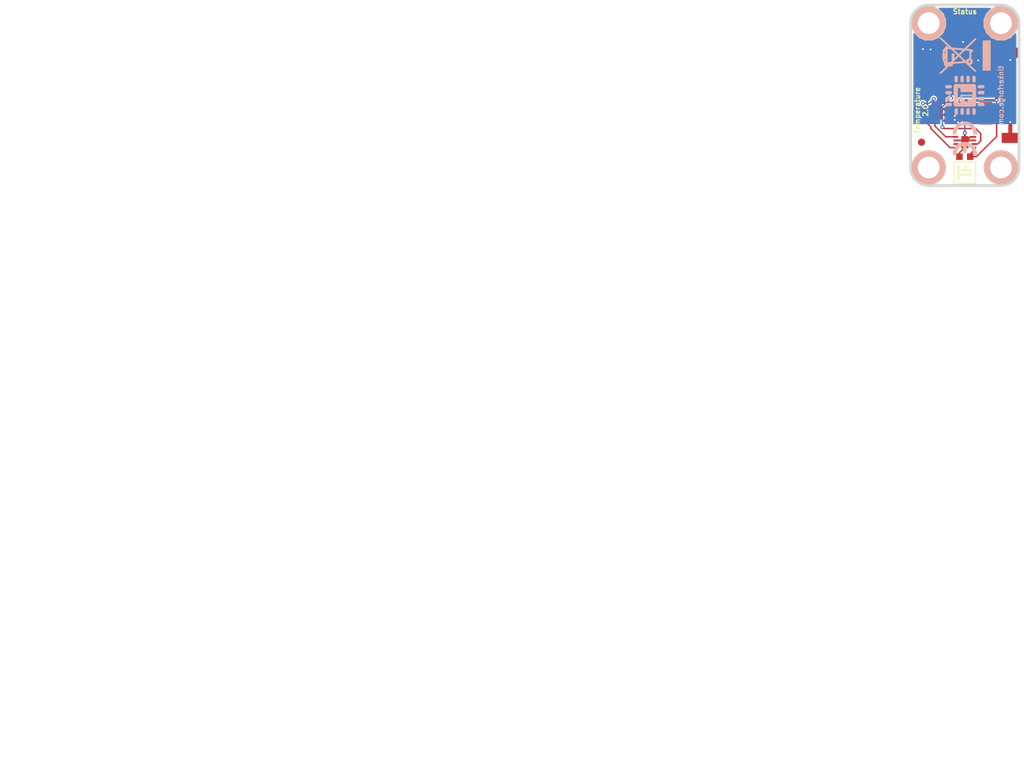
<source format=kicad_pcb>
(kicad_pcb (version 20171130) (host pcbnew 5.0.2-bee76a0~70~ubuntu18.04.1)
  (title_block (title "Temperature Bricklet 2.0") (date 2018-02-15) (rev 1.0) (company "Tinkerforge GmbH") (comment 1 "Licensed under CERN OHL v.1.1") (comment 2 "Copyright (©) 2018, L.Lauer <lukas@tinkerforge.com>"))
  (layers (0 Vorderseite signal) (31 Rückseite signal hide) (34 B.Paste user) (35 F.Paste user) (36 B.SilkS user) (37 F.SilkS user) (38 B.Mask user) (39 F.Mask user) (44 Edge.Cuts user))
  (net 0 "")
  (net 1 GND)
  (net 2 SCL)
  (net 3 SDA)
  (net 4 VCC)
  (net 5 "Net-(P1-Pad6)")
  (net 6 "Net-(C3-Pad1)")
  (net 7 "Net-(D1-Pad2)")
  (net 8 "Net-(P1-Pad4)")
  (net 9 "Net-(P1-Pad5)")
  (net 10 "Net-(P2-Pad1)")
  (net 11 "Net-(P3-Pad2)")
  (net 12 "Net-(R1-Pad1)")
  (net 13 S-MISO)
  (net 14 S-MOSI)
  (net 15 S-CLK)
  (net 16 S-CS)
  (net 17 RESET)
  (net 18 "Net-(P1-Pad1)")
  (net 19 "Net-(RP2-Pad6)")
  (net 20 "Net-(RP2-Pad7)")
  (net 21 "Net-(U1-Pad2)")
  (net 22 "Net-(U1-Pad3)")
  (net 23 "Net-(U1-Pad5)")
  (net 24 "Net-(U1-Pad6)")
  (net 25 "Net-(U1-Pad8)")
  (net 26 "Net-(U1-Pad11)")
  (net 27 "Net-(U1-Pad12)")
  (net 28 "Net-(U1-Pad13)")
  (net 29 "Net-(U1-Pad14)")
  (net 30 "Net-(U1-Pad16)")
  (net 31 "Net-(U1-Pad18)")
  (net 32 "Net-(U1-Pad21)")
  (net 33 "Net-(U2-Pad3)")
  (module kicad-libraries:SHT3x-DIS (layer Vorderseite) (at 147.825 109.625)
    (fp_text reference U2)
    (fp_text value STS3x-DIS)
    (pad 8 smd rect (at 1.25 -0.75) (size 0.65 0.25) (layers Vorderseite F.Paste F.Mask) (net 1 GND))
    (pad 7 smd rect (at 1.25 -0.25) (size 0.65 0.25) (layers Vorderseite F.Paste F.Mask) (net 1 GND))
    (pad 6 smd rect (at 1.25 0.25) (size 0.65 0.25) (layers Vorderseite F.Paste F.Mask) (net 17 RESET))
    (pad 5 smd rect (at 1.25 0.75) (size 0.65 0.25) (layers Vorderseite F.Paste F.Mask) (net 4 VCC))
    (pad 4 smd rect (at -1.25 0.75) (size 0.65 0.25) (layers Vorderseite F.Paste F.Mask) (net 2 SCL))
    (pad 3 smd rect (at -1.25 0.25) (size 0.65 0.25) (layers Vorderseite F.Paste F.Mask) (net 33 "Net-(U2-Pad3)"))
    (pad 2 smd rect (at -1.25 -0.25) (size 0.65 0.25) (layers Vorderseite F.Paste F.Mask) (net 1 GND))
    (pad 1 smd rect (at -1.25 -0.75) (size 0.65 0.25) (layers Vorderseite F.Paste F.Mask) (net 3 SDA))
    (pad EP smd rect (at 0 0) (size 1 1.7) (layers Vorderseite F.Paste F.Mask) (net 1 GND))
  )
  (module kicad-libraries:DRILL_NP (layer Vorderseite) (at 142.825 113.125)
    (fp_text reference U5 hide)
    (fp_text value DRILL hide)
    (pad "" np_thru_hole circle (at 0 0) (size 2.99974 2.99974) (drill 2.99974) (layers *.Cu *.Mask F.SilkS) (clearance 0.89916))
  )
  (module kicad-libraries:4X0402 (layer Vorderseite) (at 148.325 101.425 90)
    (fp_text reference RP1)
    (fp_text value 82)
    (pad 1 smd rect (at -0.7493 0.575 270) (size 0.29972 0.65) (layers Vorderseite F.Paste F.Mask) (net 8 "Net-(P1-Pad4)"))
    (pad 2 smd rect (at -0.24892 0.575 270) (size 0.29972 0.65) (layers Vorderseite F.Paste F.Mask) (net 9 "Net-(P1-Pad5)"))
    (pad 3 smd rect (at 0.24892 0.575 270) (size 0.29972 0.65) (layers Vorderseite F.Paste F.Mask) (net 5 "Net-(P1-Pad6)"))
    (pad 4 smd rect (at 0.7493 0.575 270) (size 0.29972 0.65) (layers Vorderseite F.Paste F.Mask) (net 6 "Net-(C3-Pad1)"))
    (pad 5 smd rect (at 0.7493 -0.575 90) (size 0.29972 0.65) (layers Vorderseite F.Paste F.Mask) (net 13 S-MISO))
    (pad 6 smd rect (at 0.24892 -0.575 90) (size 0.29972 0.65) (layers Vorderseite F.Paste F.Mask) (net 14 S-MOSI))
    (pad 7 smd rect (at -0.24892 -0.575 90) (size 0.29972 0.65) (layers Vorderseite F.Paste F.Mask) (net 15 S-CLK))
    (pad 8 smd rect (at -0.7493 -0.575 90) (size 0.29972 0.65) (layers Vorderseite F.Paste F.Mask) (net 16 S-CS))
  )
  (module kicad-libraries:R0603F (layer Vorderseite) (at 146.075 95.525 45)
    (fp_text reference R1)
    (fp_text value 1k)
    (pad 1 smd rect (at -0.75 0 45) (size 0.9 0.9) (layers Vorderseite F.Paste F.Mask) (net 12 "Net-(R1-Pad1)"))
    (pad 2 smd rect (at 0.75 0 45) (size 0.9 0.9) (layers Vorderseite F.Paste F.Mask) (net 7 "Net-(D1-Pad2)"))
  )
  (module kicad-libraries:SolderJumper (layer Vorderseite) (at 147.575 96.775 270)
    (fp_text reference P3)
    (fp_text value BOOT)
    (pad 2 smd rect (at 0.55 0 270) (size 0.3 1.4) (layers Vorderseite F.Mask) (net 11 "Net-(P3-Pad2)"))
    (pad 2 smd rect (at 0.15 0 270) (size 0.6 0.5) (layers Vorderseite F.Mask) (net 11 "Net-(P3-Pad2)"))
    (pad 1 smd rect (at -0.5 0 270) (size 0.4 1.4) (layers Vorderseite F.Mask) (net 1 GND))
    (pad 1 smd rect (at -0.225 0.55 270) (size 0.95 0.3) (layers Vorderseite F.Mask) (net 1 GND))
    (pad 1 smd rect (at -0.225 -0.55 270) (size 0.95 0.3) (layers Vorderseite F.Mask) (net 1 GND))
  )
  (module kicad-libraries:DEBUG_PAD (layer Vorderseite) (at 141.225 101.625)
    (fp_text reference P2)
    (fp_text value DEBUG)
    (pad 1 smd circle (at 0 0) (size 0.7 0.7) (layers Vorderseite F.Paste F.Mask) (net 10 "Net-(P2-Pad1)"))
  )
  (module kicad-libraries:D0603F (layer Vorderseite) (at 147.825 92.775)
    (fp_text reference D1)
    (fp_text value blue)
    (pad 1 smd rect (at -0.75 0) (size 0.9 0.9) (layers Vorderseite F.Paste F.Mask) (net 4 VCC))
    (pad 2 smd rect (at 0.75 0) (size 0.9 0.9) (layers Vorderseite F.Paste F.Mask) (net 7 "Net-(D1-Pad2)"))
  )
  (module kicad-libraries:C0603F (layer Vorderseite) (at 147.175 105.375 270)
    (fp_text reference C5)
    (fp_text value 1uF)
    (pad 1 smd rect (at -0.75 0 270) (size 0.9 0.9) (layers Vorderseite F.Paste F.Mask) (net 4 VCC))
    (pad 2 smd rect (at 0.75 0 270) (size 0.9 0.9) (layers Vorderseite F.Paste F.Mask) (net 1 GND))
  )
  (module kicad-libraries:C0805 (layer Vorderseite) (at 148.675 105.575 270)
    (fp_text reference C4)
    (fp_text value 10uF)
    (pad 1 smd rect (at -1.00076 0 270) (size 1.00076 1.24968) (layers Vorderseite F.Paste F.Mask) (net 4 VCC) (clearance 0.14986))
    (pad 2 smd rect (at 1.00076 0 270) (size 1.00076 1.24968) (layers Vorderseite F.Paste F.Mask) (net 1 GND) (clearance 0.14986))
  )
  (module kicad-libraries:Logo_31x31 (layer Vorderseite) (at 146.225 115.425 90)
    (fp_text reference Ref** hide)
    (fp_text value Val** hide)
  )
  (module kicad-libraries:DRILL_NP (layer Vorderseite) (at 152.825 93.125)
    (fp_text reference U3 hide)
    (fp_text value DRILL hide)
    (pad "" np_thru_hole circle (at 0 0) (size 2.99974 2.99974) (drill 2.99974) (layers *.Cu *.Mask F.SilkS) (clearance 0.89916))
  )
  (module kicad-libraries:DRILL_NP (layer Vorderseite) (at 152.825 113.125 90)
    (fp_text reference U4 hide)
    (fp_text value DRILL hide)
    (pad "" np_thru_hole circle (at 0 0 90) (size 2.99974 2.99974) (drill 2.99974) (layers *.Cu *.Mask F.SilkS) (clearance 0.89916))
  )
  (module kicad-libraries:DRILL_NP (layer Vorderseite) (at 142.825 93.125 90)
    (fp_text reference U6 hide)
    (fp_text value DRILL hide)
    (pad "" np_thru_hole circle (at 0 0 90) (size 2.99974 2.99974) (drill 2.99974) (layers *.Cu *.Mask F.SilkS) (clearance 0.89916))
  )
  (module kicad-libraries:Fiducial_Mark (layer Vorderseite) (at 153.825 100.125)
    (fp_text reference Fiducial_Mark hide)
    (fp_text value VAL** hide)
    (pad 1 smd circle (at 0 0) (size 1.00076 1.00076) (layers Vorderseite F.Paste F.Mask) (clearance 0.65024))
  )
  (module kicad-libraries:Fiducial_Mark (layer Vorderseite) (at 141.825 109.625)
    (fp_text reference Fiducial_Mark hide)
    (fp_text value VAL** hide)
    (pad 1 smd circle (at 0 0) (size 1.00076 1.00076) (layers Vorderseite F.Paste F.Mask) (clearance 0.65024))
  )
  (module kicad-libraries:WEEE_7mm (layer Rückseite) (at 147.825 97.625 270)
    (fp_text reference VAL hide)
    (fp_text value WEEE_7mm hide)
  )
  (module kicad-libraries:CE_5mm (layer Rückseite) (at 147.825 109.125 270)
    (fp_text reference VAL hide)
    (fp_text value CE_5mm hide)
  )
  (module kicad-libraries:QFN24-4x4mm-0.5mm (layer Vorderseite) (at 144.425 100.225 225)
    (fp_text reference U1)
    (fp_text value XMC1100)
    (pad 1 smd oval (at -2.025 -1.25 225) (size 1 0.3) (layers Vorderseite F.Paste F.Mask) (net 13 S-MISO))
    (pad 2 smd oval (at -2.025 -0.75 225) (size 1 0.3) (layers Vorderseite F.Paste F.Mask) (net 21 "Net-(U1-Pad2)"))
    (pad 3 smd oval (at -2.025 -0.25 225) (size 1 0.3) (layers Vorderseite F.Paste F.Mask) (net 22 "Net-(U1-Pad3)"))
    (pad 4 smd oval (at -2.025 0.25 225) (size 1 0.3) (layers Vorderseite F.Paste F.Mask) (net 11 "Net-(P3-Pad2)"))
    (pad 5 smd oval (at -2.025 0.75 225) (size 1 0.3) (layers Vorderseite F.Paste F.Mask) (net 23 "Net-(U1-Pad5)"))
    (pad 6 smd oval (at -2.025 1.25 225) (size 1 0.3) (layers Vorderseite F.Paste F.Mask) (net 24 "Net-(U1-Pad6)"))
    (pad 7 smd oval (at -1.25 2.025 315) (size 1 0.3) (layers Vorderseite F.Paste F.Mask) (net 12 "Net-(R1-Pad1)"))
    (pad 8 smd oval (at -0.75 2.025 315) (size 1 0.3) (layers Vorderseite F.Paste F.Mask) (net 25 "Net-(U1-Pad8)"))
    (pad 9 smd oval (at -0.25 2.025 315) (size 1 0.3) (layers Vorderseite F.Paste F.Mask) (net 1 GND))
    (pad 10 smd oval (at 0.25 2.025 315) (size 1 0.3) (layers Vorderseite F.Paste F.Mask) (net 4 VCC))
    (pad 11 smd oval (at 0.75 2.025 315) (size 1 0.3) (layers Vorderseite F.Paste F.Mask) (net 26 "Net-(U1-Pad11)"))
    (pad 12 smd oval (at 1.25 2.025 315) (size 1 0.3) (layers Vorderseite F.Paste F.Mask) (net 27 "Net-(U1-Pad12)"))
    (pad 13 smd oval (at 2.025 1.25 225) (size 1 0.3) (layers Vorderseite F.Paste F.Mask) (net 28 "Net-(U1-Pad13)"))
    (pad 14 smd oval (at 2.025 0.75 225) (size 1 0.3) (layers Vorderseite F.Paste F.Mask) (net 29 "Net-(U1-Pad14)"))
    (pad 15 smd oval (at 2.025 0.25 225) (size 1 0.3) (layers Vorderseite F.Paste F.Mask) (net 10 "Net-(P2-Pad1)"))
    (pad 16 smd oval (at 2.025 -0.25 225) (size 1 0.3) (layers Vorderseite F.Paste F.Mask) (net 30 "Net-(U1-Pad16)"))
    (pad 17 smd oval (at 2.025 -0.75 225) (size 1 0.3) (layers Vorderseite F.Paste F.Mask) (net 3 SDA))
    (pad 18 smd oval (at 2.025 -1.25 225) (size 1 0.3) (layers Vorderseite F.Paste F.Mask) (net 31 "Net-(U1-Pad18)"))
    (pad 19 smd oval (at 1.25 -2.025 315) (size 1 0.3) (layers Vorderseite F.Paste F.Mask) (net 2 SCL))
    (pad 20 smd oval (at 0.75 -2.025 315) (size 1 0.3) (layers Vorderseite F.Paste F.Mask) (net 17 RESET))
    (pad 21 smd oval (at 0.25 -2.025 315) (size 1 0.3) (layers Vorderseite F.Paste F.Mask) (net 32 "Net-(U1-Pad21)"))
    (pad 22 smd oval (at -0.25 -2.025 315) (size 1 0.3) (layers Vorderseite F.Paste F.Mask) (net 16 S-CS))
    (pad 23 smd oval (at -0.75 -2.025 315) (size 1 0.3) (layers Vorderseite F.Paste F.Mask) (net 15 S-CLK))
    (pad 24 smd oval (at -1.25 -2.025 315) (size 1 0.3) (layers Vorderseite F.Paste F.Mask) (net 14 S-MOSI))
    (pad EXP smd rect (at 0.65 0.65 225) (size 1.3 1.3) (layers Vorderseite F.Paste F.Mask) (net 1 GND))
    (pad EXP smd rect (at 0.65 -0.65 225) (size 1.3 1.3) (layers Vorderseite F.Paste F.Mask) (net 1 GND))
    (pad EXP smd rect (at -0.65 0.65 225) (size 1.3 1.3) (layers Vorderseite F.Paste F.Mask) (net 1 GND))
    (pad EXP smd rect (at -0.65 -0.65 225) (size 1.3 1.3) (layers Vorderseite F.Paste F.Mask) (net 1 GND))
  )
  (module kicad-libraries:C0603F (layer Vorderseite) (at 142.025 97.825 45)
    (fp_text reference C1)
    (fp_text value 100nF)
    (pad 1 smd rect (at -0.75 0 45) (size 0.9 0.9) (layers Vorderseite F.Paste F.Mask) (net 4 VCC))
    (pad 2 smd rect (at 0.75 0 45) (size 0.9 0.9) (layers Vorderseite F.Paste F.Mask) (net 1 GND))
  )
  (module kicad-libraries:C0603F (layer Vorderseite) (at 147.825 111.625)
    (fp_text reference C2)
    (fp_text value 100nF)
    (pad 1 smd rect (at -0.75 0) (size 0.9 0.9) (layers Vorderseite F.Paste F.Mask) (net 1 GND))
    (pad 2 smd rect (at 0.75 0) (size 0.9 0.9) (layers Vorderseite F.Paste F.Mask) (net 4 VCC))
  )
  (module kicad-libraries:CON-SENSOR2 (layer Vorderseite) (at 155.325 103.125 90)
    (fp_text reference P1)
    (fp_text value CON-SENSOR2)
    (pad 1 smd rect (at -3.75 -4.6 90) (size 0.6 1.8) (layers Vorderseite F.Paste F.Mask) (net 18 "Net-(P1-Pad1)"))
    (pad 2 smd rect (at -2.5 -4.6 90) (size 0.6 1.8) (layers Vorderseite F.Paste F.Mask) (net 1 GND))
    (pad EP smd rect (at -5.9 -1.2 90) (size 1.4 2.4) (layers Vorderseite F.Paste F.Mask) (net 1 GND))
    (pad EP smd rect (at 5.9 -1.2 90) (size 1.4 2.4) (layers Vorderseite F.Paste F.Mask) (net 1 GND))
    (pad 3 smd rect (at -1.25 -4.6 90) (size 0.6 1.8) (layers Vorderseite F.Paste F.Mask) (net 4 VCC))
    (pad 4 smd rect (at 0 -4.6 90) (size 0.6 1.8) (layers Vorderseite F.Paste F.Mask) (net 8 "Net-(P1-Pad4)"))
    (pad 5 smd rect (at 1.25 -4.6 90) (size 0.6 1.8) (layers Vorderseite F.Paste F.Mask) (net 9 "Net-(P1-Pad5)"))
    (pad 6 smd rect (at 2.5 -4.6 90) (size 0.6 1.8) (layers Vorderseite F.Paste F.Mask) (net 5 "Net-(P1-Pad6)"))
    (pad 7 smd rect (at 3.75 -4.6 90) (size 0.6 1.8) (layers Vorderseite F.Paste F.Mask) (net 6 "Net-(C3-Pad1)"))
  )
  (module kicad-libraries:Logo_CoMCU (layer Rückseite) (at 147.825 103.125 270)
    (fp_text reference G*** hide)
    (fp_text value LOGO hide)
  )
  (module kicad-libraries:4X0603 (layer Vorderseite) (at 144.525 105.425 270)
    (fp_text reference RP2)
    (fp_text value 2k2)
    (pad 1 smd rect (at -1.19888 -0.8509 270) (size 0.44958 0.89916) (layers Vorderseite F.Paste F.Mask) (net 4 VCC))
    (pad 2 smd rect (at -0.39878 -0.8509 270) (size 0.44958 0.89916) (layers Vorderseite F.Paste F.Mask) (net 4 VCC))
    (pad 3 smd rect (at 0.39878 -0.8509 270) (size 0.44958 0.89916) (layers Vorderseite F.Paste F.Mask) (net 4 VCC))
    (pad 4 smd rect (at 1.19888 -0.8509 270) (size 0.44958 0.89916) (layers Vorderseite F.Paste F.Mask) (net 4 VCC))
    (pad 5 smd rect (at 1.19888 0.8509 270) (size 0.44958 0.89916) (layers Vorderseite F.Paste F.Mask) (net 3 SDA))
    (pad 6 smd rect (at 0.39878 0.8509 270) (size 0.44958 0.89916) (layers Vorderseite F.Paste F.Mask) (net 19 "Net-(RP2-Pad6)"))
    (pad 7 smd rect (at -0.39878 0.8509 270) (size 0.44958 0.89916) (layers Vorderseite F.Paste F.Mask) (net 20 "Net-(RP2-Pad7)"))
    (pad 8 smd rect (at -1.19888 0.8509 270) (size 0.44958 0.89916) (layers Vorderseite F.Paste F.Mask) (net 2 SCL))
  )
  (module kicad-libraries:C0402F (layer Vorderseite) (at 148.925 98.925 90)
    (fp_text reference C3)
    (fp_text value 220pF)
    (pad 2 smd rect (at 0.5 0 90) (size 0.6 0.7) (layers Vorderseite F.Paste F.Mask) (net 1 GND))
    (pad 1 smd rect (at -0.5 0 90) (size 0.6 0.7) (layers Vorderseite F.Paste F.Mask) (net 6 "Net-(C3-Pad1)"))
  )
  (gr_text Status (at 147.825 91.525) (layer F.SilkS) (effects (font (size 0.7 0.7))))
  (gr_line (start 142.825 90.625) (end 152.825 90.625) (angle 90) (layer Edge.Cuts) (width 0.381))
  (gr_line (start 140.325 113.125) (end 140.325 93.125) (angle 90) (layer Edge.Cuts) (width 0.381))
  (gr_line (start 152.825 115.625) (end 142.825 115.625) (angle 90) (layer Edge.Cuts) (width 0.381))
  (gr_line (start 155.325 93.125) (end 155.325 113.125) (angle 90) (layer Edge.Cuts) (width 0.381))
  (gr_arc (start 152.825 93.125) (end 152.825 90.625) (angle 90) (layer Edge.Cuts) (width 0.381))
  (gr_arc (start 142.825 93.125) (end 140.325 93.125) (angle 90) (layer Edge.Cuts) (width 0.381))
  (gr_arc (start 142.825 113.125) (end 142.825 115.625) (angle 90) (layer Edge.Cuts) (width 0.381))
  (gr_arc (start 152.825 113.125) (end 155.325 113.125) (angle 90) (layer Edge.Cuts) (width 0.381))
  (gr_text tinkerforge.com (at 152.825 103.125 90) (layer B.SilkS) (effects (font (size 0.7 0.7) (thickness 0.14986)) (justify mirror)))
  (gr_text "Temperature\n2.0" (at 141.825 105.225 90) (layer F.SilkS) (effects (font (size 0.7 0.7) (thickness 0.14986))))
  (segment (start 147.825 109.625) (end 147.825 110.325) (width 0.2) (layer Vorderseite) (net 1))
  (segment (start 147.825 110.325) (end 147.075 111.075) (width 0.2) (layer Vorderseite) (net 1))
  (segment (start 147.075 111.075) (end 147.075 111.625) (width 0.2) (layer Vorderseite) (net 1))
  (segment (start 147.825 108.325) (end 147.825 107.275) (width 0.2) (layer Rückseite) (net 1))
  (via (at 147.425 106.875) (size 0.55) (drill 0.25) (layers Vorderseite Rückseite) (net 1))
  (via (at 147.825 108.325) (size 0.55) (drill 0.25) (layers Vorderseite Rückseite) (net 1))
  (segment (start 147.825 109.625) (end 147.825 108.325) (width 0.25) (layer Vorderseite) (net 1))
  (segment (start 147.825 107.275) (end 147.425 106.875) (width 0.2) (layer Rückseite) (net 1))
  (segment (start 149.075 108.875) (end 148.575 108.875) (width 0.25) (layer Vorderseite) (net 1))
  (segment (start 148.575 108.875) (end 147.825 109.625) (width 0.25) (layer Vorderseite) (net 1))
  (segment (start 149.075 109.375) (end 148.075 109.375) (width 0.25) (layer Vorderseite) (net 1))
  (segment (start 148.075 109.375) (end 147.825 109.625) (width 0.25) (layer Vorderseite) (net 1))
  (segment (start 146.575 109.375) (end 147.575 109.375) (width 0.25) (layer Vorderseite) (net 1))
  (segment (start 147.575 109.375) (end 147.825 109.625) (width 0.25) (layer Vorderseite) (net 1))
  (segment (start 147.575 96.275) (end 148.005 96.275) (width 0.2) (layer Vorderseite) (net 1))
  (segment (start 148.005 96.275) (end 148.125 96.395) (width 0.2) (layer Vorderseite) (net 1))
  (segment (start 148.125 96.395) (end 148.125 96.555) (width 0.2) (layer Vorderseite) (net 1))
  (segment (start 148.125 96.555) (end 148.125 96.55) (width 0.2) (layer Vorderseite) (net 1))
  (segment (start 147.025 96.55) (end 147.025 96.365) (width 0.2) (layer Vorderseite) (net 1))
  (segment (start 147.025 96.365) (end 147.125 96.265) (width 0.2) (layer Vorderseite) (net 1))
  (segment (start 147.125 96.265) (end 147.565 96.265) (width 0.2) (layer Vorderseite) (net 1))
  (segment (start 147.565 96.265) (end 147.575 96.275) (width 0.2) (layer Vorderseite) (net 1))
  (segment (start 147.575 96.275) (end 147.575 95.745) (width 0.3) (layer Vorderseite) (net 1))
  (via (at 147.575 95.745) (size 0.55) (drill 0.25) (layers Vorderseite Rückseite) (net 1))
  (segment (start 148.925 98.275) (end 149.675 98.275) (width 0.55) (layer Vorderseite) (net 1))
  (via (at 149.675 98.275) (size 0.55) (drill 0.25) (layers Vorderseite Rückseite) (net 1))
  (segment (start 143.169885 98.616332) (end 143.169885 98.619885) (width 0.2) (layer Vorderseite) (net 1))
  (segment (start 143.169885 98.619885) (end 143.855761 99.305761) (width 0.2) (layer Vorderseite) (net 1))
  (segment (start 143.855761 99.305761) (end 144.425 99.305761) (width 0.2) (layer Vorderseite) (net 1))
  (segment (start 144.425 101.144239) (end 145.344239 100.225) (width 0.55) (layer Vorderseite) (net 1))
  (segment (start 144.425 99.305761) (end 145.344239 100.225) (width 0.55) (layer Vorderseite) (net 1))
  (segment (start 144.425 101.144239) (end 143.505761 100.225) (width 0.55) (layer Vorderseite) (net 1))
  (segment (start 144.425 99.305761) (end 143.505761 100.225) (width 0.55) (layer Vorderseite) (net 1))
  (segment (start 146.425 105.975) (end 147.025 105.975) (width 0.55) (layer Vorderseite) (net 1))
  (via (at 146.425 105.975) (size 0.55) (drill 0.25) (layers Vorderseite Rückseite) (net 1))
  (segment (start 147.025 105.975) (end 147.175 106.125) (width 0.55) (layer Vorderseite) (net 1))
  (segment (start 146.875 106.875) (end 147.425 106.875) (width 0.55) (layer Vorderseite) (net 1))
  (via (at 146.875 106.875) (size 0.55) (drill 0.25) (layers Vorderseite Rückseite) (net 1))
  (segment (start 147.175 106.625) (end 147.425 106.875) (width 0.55) (layer Vorderseite) (net 1))
  (segment (start 147.175 106.625) (end 147.175 106.125) (width 0.55) (layer Vorderseite) (net 1))
  (segment (start 146.425 106.525) (end 146.525 106.525) (width 0.55) (layer Vorderseite) (net 1))
  (segment (start 146.875 106.875) (end 147.175 106.575) (width 0.55) (layer Vorderseite) (net 1))
  (via (at 146.425 106.525) (size 0.55) (drill 0.25) (layers Vorderseite Rückseite) (net 1))
  (segment (start 146.575 106.125) (end 147.175 106.125) (width 0.55) (layer Vorderseite) (net 1))
  (segment (start 146.575 106.125) (end 146.425 105.975) (width 0.55) (layer Vorderseite) (net 1))
  (segment (start 146.425 105.975) (end 146.425 106.525) (width 0.55) (layer Vorderseite) (net 1))
  (segment (start 146.525 106.525) (end 146.875 106.875) (width 0.55) (layer Vorderseite) (net 1))
  (segment (start 146.825 106.125) (end 146.425 106.525) (width 0.55) (layer Vorderseite) (net 1))
  (segment (start 147.175 106.125) (end 147.175 106.575) (width 0.55) (layer Vorderseite) (net 1))
  (segment (start 148.675 106.57576) (end 148.22576 106.57576) (width 0.4) (layer Vorderseite) (net 1))
  (segment (start 148.22576 106.57576) (end 147.775 106.125) (width 0.4) (layer Vorderseite) (net 1))
  (segment (start 147.775 106.125) (end 147.175 106.125) (width 0.4) (layer Vorderseite) (net 1))
  (segment (start 150.725 105.625) (end 149.725 105.625) (width 0.4) (layer Vorderseite) (net 1))
  (segment (start 149.725 105.625) (end 148.77424 106.57576) (width 0.4) (layer Vorderseite) (net 1))
  (segment (start 148.77424 106.57576) (end 148.675 106.57576) (width 0.4) (layer Vorderseite) (net 1))
  (segment (start 142.55533 97.29467) (end 142.55533 97.25533) (width 0.55) (layer Vorderseite) (net 1))
  (segment (start 142.55533 97.25533) (end 142.025 96.725) (width 0.55) (layer Vorderseite) (net 1))
  (via (at 142.025 96.725) (size 0.55) (drill 0.25) (layers Vorderseite Rückseite) (net 1))
  (segment (start 142.55533 97.29467) (end 143.075 96.775) (width 0.55) (layer Vorderseite) (net 1))
  (via (at 143.075 96.775) (size 0.55) (drill 0.25) (layers Vorderseite Rückseite) (net 1))
  (segment (start 154.125 109.025) (end 154.125 106.825) (width 0.55) (layer Vorderseite) (net 1))
  (via (at 154.125 106.825) (size 0.55) (drill 0.25) (layers Vorderseite Rückseite) (net 1))
  (segment (start 154.125 97.225) (end 154.125 98.225) (width 0.55) (layer Vorderseite) (net 1))
  (via (at 154.125 98.225) (size 0.55) (drill 0.25) (layers Vorderseite Rückseite) (net 1))
  (segment (start 143.169885 98.616332) (end 143.166332 98.616332) (width 0.2) (layer Vorderseite) (net 1))
  (segment (start 143.166332 98.616332) (end 142.875 98.325) (width 0.2) (layer Vorderseite) (net 1))
  (segment (start 142.875 98.325) (end 142.875 97.61434) (width 0.2) (layer Vorderseite) (net 1))
  (segment (start 142.875 97.61434) (end 142.55533 97.29467) (width 0.2) (layer Vorderseite) (net 1))
  (segment (start 146.575 110.375) (end 145.775 110.375) (width 0.2) (layer Vorderseite) (net 2))
  (segment (start 143.525 103.625) (end 143.525 104.07702) (width 0.2) (layer Vorderseite) (net 2))
  (via (at 143.525 103.625) (size 0.55) (drill 0.25) (layers Vorderseite Rückseite) (net 2))
  (segment (start 142.925 104.225) (end 143.525 103.625) (width 0.2) (layer Rückseite) (net 2))
  (segment (start 142.025 104.225) (end 142.925 104.225) (width 0.2) (layer Rückseite) (net 2))
  (via (at 142.025 104.225) (size 0.55) (drill 0.25) (layers Vorderseite Rückseite) (net 2))
  (segment (start 142.025 106.425) (end 142.025 104.225) (width 0.2) (layer Vorderseite) (net 2))
  (segment (start 143.125 107.525) (end 142.025 106.425) (width 0.2) (layer Vorderseite) (net 2))
  (segment (start 143.125 107.725) (end 143.125 107.525) (width 0.2) (layer Vorderseite) (net 2))
  (segment (start 145.775 110.375) (end 143.125 107.725) (width 0.2) (layer Vorderseite) (net 2))
  (segment (start 143.525 104.07702) (end 143.6741 104.22612) (width 0.2) (layer Vorderseite) (net 2))
  (segment (start 144.973008 102.540775) (end 145.425 102.992767) (width 0.2) (layer Vorderseite) (net 2))
  (segment (start 144.225 103.625) (end 143.6741 104.1759) (width 0.2) (layer Vorderseite) (net 2))
  (segment (start 145.125 103.625) (end 144.225 103.625) (width 0.2) (layer Vorderseite) (net 2))
  (segment (start 145.425 103.325) (end 145.125 103.625) (width 0.2) (layer Vorderseite) (net 2))
  (segment (start 145.425 102.992767) (end 145.425 103.325) (width 0.2) (layer Vorderseite) (net 2))
  (segment (start 143.6741 104.1759) (end 143.6741 104.22612) (width 0.2) (layer Vorderseite) (net 2))
  (segment (start 143.6741 106.62388) (end 143.02388 106.62388) (width 0.2) (layer Vorderseite) (net 3))
  (segment (start 142.625 103.08566) (end 143.523439 102.187221) (width 0.2) (layer Vorderseite) (net 3))
  (segment (start 142.625 106.225) (end 142.625 103.08566) (width 0.2) (layer Vorderseite) (net 3))
  (segment (start 143.02388 106.62388) (end 142.625 106.225) (width 0.2) (layer Vorderseite) (net 3))
  (segment (start 146.575 108.875) (end 145.175 108.875) (width 0.2) (layer Vorderseite) (net 3))
  (segment (start 143.6741 107.3741) (end 143.6741 106.62388) (width 0.2) (layer Vorderseite) (net 3))
  (segment (start 145.175 108.875) (end 143.6741 107.3741) (width 0.2) (layer Vorderseite) (net 3))
  (segment (start 147.075 92.775) (end 147.075 92.175) (width 0.4) (layer Vorderseite) (net 4))
  (segment (start 149.725 94.725) (end 152.225 97.225) (width 0.4) (layer Vorderseite) (net 4))
  (segment (start 149.725 92.425) (end 149.725 94.725) (width 0.4) (layer Vorderseite) (net 4))
  (segment (start 149.225 91.925) (end 149.725 92.425) (width 0.4) (layer Vorderseite) (net 4))
  (segment (start 147.325 91.925) (end 149.225 91.925) (width 0.4) (layer Vorderseite) (net 4))
  (segment (start 147.075 92.175) (end 147.325 91.925) (width 0.4) (layer Vorderseite) (net 4))
  (segment (start 152.225 103.825) (end 152.225 97.225) (width 0.4) (layer Vorderseite) (net 4))
  (segment (start 147.175 104.625) (end 147.175 103.875) (width 0.4) (layer Vorderseite) (net 4))
  (segment (start 149.425 111.625) (end 148.575 111.625) (width 0.2) (layer Vorderseite) (net 4))
  (segment (start 152.225 108.825) (end 149.425 111.625) (width 0.2) (layer Vorderseite) (net 4))
  (segment (start 152.225 103.825) (end 152.225 108.825) (width 0.2) (layer Vorderseite) (net 4))
  (via (at 152.225 103.825) (size 0.55) (drill 0.25) (layers Vorderseite Rückseite) (net 4))
  (segment (start 147.225 103.825) (end 152.225 103.825) (width 0.4) (layer Rückseite) (net 4))
  (via (at 147.225 103.825) (size 0.55) (drill 0.25) (layers Vorderseite Rückseite) (net 4))
  (segment (start 147.175 103.875) (end 147.225 103.825) (width 0.4) (layer Vorderseite) (net 4))
  (segment (start 149.075 110.375) (end 149.075 110.775) (width 0.2) (layer Vorderseite) (net 4))
  (segment (start 149.075 110.775) (end 148.575 111.275) (width 0.2) (layer Vorderseite) (net 4))
  (segment (start 148.575 111.275) (end 148.575 111.625) (width 0.2) (layer Vorderseite) (net 4))
  (segment (start 145.3759 105.82378) (end 144.82622 105.82378) (width 0.2) (layer Vorderseite) (net 4))
  (segment (start 144.82622 105.82378) (end 144.525 106.125) (width 0.2) (layer Vorderseite) (net 4))
  (segment (start 145.3759 105.02622) (end 144.82622 105.02622) (width 0.2) (layer Vorderseite) (net 4))
  (segment (start 144.82622 105.02622) (end 144.525 104.725) (width 0.2) (layer Vorderseite) (net 4))
  (segment (start 145.3759 104.22612) (end 146.22612 104.22612) (width 0.2) (layer Vorderseite) (net 4))
  (segment (start 146.625 104.625) (end 147.175 104.625) (width 0.2) (layer Vorderseite) (net 4))
  (segment (start 146.22612 104.22612) (end 146.625 104.625) (width 0.2) (layer Vorderseite) (net 4))
  (segment (start 145.3759 106.62388) (end 144.82388 106.62388) (width 0.2) (layer Vorderseite) (net 4))
  (segment (start 144.72388 104.22612) (end 145.3759 104.22612) (width 0.2) (layer Vorderseite) (net 4))
  (segment (start 144.525 104.425) (end 144.72388 104.22612) (width 0.2) (layer Vorderseite) (net 4))
  (segment (start 144.525 106.325) (end 144.525 106.125) (width 0.2) (layer Vorderseite) (net 4))
  (segment (start 144.525 106.125) (end 144.525 104.725) (width 0.2) (layer Vorderseite) (net 4))
  (segment (start 144.525 104.725) (end 144.525 104.425) (width 0.2) (layer Vorderseite) (net 4))
  (segment (start 144.82388 106.62388) (end 144.525 106.325) (width 0.2) (layer Vorderseite) (net 4))
  (segment (start 148.675 104.57424) (end 147.22576 104.57424) (width 0.4) (layer Vorderseite) (net 4))
  (segment (start 147.22576 104.57424) (end 147.175 104.625) (width 0.4) (layer Vorderseite) (net 4))
  (segment (start 150.725 104.375) (end 148.87424 104.375) (width 0.4) (layer Vorderseite) (net 4))
  (segment (start 148.87424 104.375) (end 148.675 104.57424) (width 0.4) (layer Vorderseite) (net 4))
  (segment (start 147.075 92.775) (end 147.075 93.125) (width 0.3) (layer Vorderseite) (net 4))
  (segment (start 147.075 93.125) (end 144.225 95.975) (width 0.3) (layer Vorderseite) (net 4))
  (segment (start 140.975 97.83566) (end 141.49467 98.35533) (width 0.3) (layer Vorderseite) (net 4))
  (segment (start 140.975 96.525) (end 140.975 97.83566) (width 0.3) (layer Vorderseite) (net 4))
  (segment (start 141.525 95.975) (end 140.975 96.525) (width 0.3) (layer Vorderseite) (net 4))
  (segment (start 144.225 95.975) (end 141.525 95.975) (width 0.3) (layer Vorderseite) (net 4))
  (segment (start 142.816332 98.969885) (end 142.816332 98.966332) (width 0.2) (layer Vorderseite) (net 4))
  (segment (start 142.816332 98.966332) (end 142.425 98.575) (width 0.2) (layer Vorderseite) (net 4))
  (segment (start 142.425 98.575) (end 141.71434 98.575) (width 0.2) (layer Vorderseite) (net 4))
  (segment (start 141.71434 98.575) (end 141.49467 98.35533) (width 0.2) (layer Vorderseite) (net 4))
  (segment (start 148.9 101.17608) (end 149.27392 101.17608) (width 0.2) (layer Vorderseite) (net 5))
  (segment (start 149.27392 101.17608) (end 149.825 100.625) (width 0.2) (layer Vorderseite) (net 5))
  (segment (start 149.825 100.625) (end 150.725 100.625) (width 0.2) (layer Vorderseite) (net 5))
  (segment (start 150.725 100.625) (end 149.875 100.625) (width 0.2) (layer Vorderseite) (net 5))
  (segment (start 148.925 99.575) (end 148.925 100.6507) (width 0.2) (layer Vorderseite) (net 6))
  (segment (start 148.925 100.6507) (end 148.9 100.6757) (width 0.2) (layer Vorderseite) (net 6))
  (segment (start 150.725 99.375) (end 149.125 99.375) (width 0.2) (layer Vorderseite) (net 6))
  (segment (start 149.125 99.375) (end 148.925 99.575) (width 0.2) (layer Vorderseite) (net 6))
  (segment (start 146.60533 94.99467) (end 147.875 93.725) (width 0.2) (layer Vorderseite) (net 7))
  (segment (start 148.275 93.325) (end 148.275 93.075) (width 0.2) (layer Vorderseite) (net 7))
  (segment (start 147.875 93.725) (end 148.275 93.325) (width 0.2) (layer Vorderseite) (net 7))
  (segment (start 148.275 93.075) (end 148.575 92.775) (width 0.2) (layer Vorderseite) (net 7))
  (segment (start 150.725 103.125) (end 149.875 103.125) (width 0.2) (layer Vorderseite) (net 8))
  (segment (start 149.875 103.125) (end 149.525 102.775) (width 0.2) (layer Vorderseite) (net 8))
  (segment (start 149.525 102.775) (end 149.525 102.375) (width 0.2) (layer Vorderseite) (net 8))
  (segment (start 149.525 102.375) (end 149.3243 102.1743) (width 0.2) (layer Vorderseite) (net 8))
  (segment (start 149.3243 102.1743) (end 148.9 102.1743) (width 0.2) (layer Vorderseite) (net 8))
  (segment (start 150.725 101.875) (end 149.725 101.875) (width 0.2) (layer Vorderseite) (net 9))
  (segment (start 149.52392 101.67392) (end 148.9 101.67392) (width 0.2) (layer Vorderseite) (net 9))
  (segment (start 149.725 101.875) (end 149.52392 101.67392) (width 0.2) (layer Vorderseite) (net 9))
  (segment (start 142.271447 102.025) (end 141.625 102.025) (width 0.2) (layer Vorderseite) (net 10))
  (segment (start 141.625 102.025) (end 141.225 101.625) (width 0.2) (layer Vorderseite) (net 10))
  (segment (start 142.816332 101.480115) (end 142.271447 102.025) (width 0.2) (layer Vorderseite) (net 10))
  (segment (start 147.575 97.325) (end 147.575 96.925) (width 0.2) (layer Vorderseite) (net 11))
  (segment (start 145.680115 98.616332) (end 146.171447 98.125) (width 0.2) (layer Vorderseite) (net 11))
  (segment (start 147.575 97.625) (end 147.575 96.925) (width 0.2) (layer Vorderseite) (net 11))
  (segment (start 147.075 98.125) (end 147.575 97.625) (width 0.2) (layer Vorderseite) (net 11))
  (segment (start 146.171447 98.125) (end 147.075 98.125) (width 0.2) (layer Vorderseite) (net 11))
  (segment (start 145.680115 98.616332) (end 145.683668 98.616332) (width 0.2) (layer Vorderseite) (net 11))
  (segment (start 143.876992 97.909225) (end 143.859225 97.909225) (width 0.2) (layer Vorderseite) (net 12))
  (segment (start 143.859225 97.909225) (end 143.475 97.525) (width 0.2) (layer Vorderseite) (net 12))
  (segment (start 143.475 97.525) (end 143.475 97.275) (width 0.2) (layer Vorderseite) (net 12))
  (segment (start 143.475 97.275) (end 143.725 97.025) (width 0.2) (layer Vorderseite) (net 12))
  (segment (start 143.725 97.025) (end 144.575 97.025) (width 0.2) (layer Vorderseite) (net 12))
  (segment (start 144.575 97.025) (end 145.54467 96.05533) (width 0.2) (layer Vorderseite) (net 12))
  (segment (start 147.75 100.6757) (end 147.739483 100.6757) (width 0.2) (layer Vorderseite) (net 13))
  (segment (start 147.739483 100.6757) (end 146.740775 99.676992) (width 0.2) (layer Vorderseite) (net 13))
  (segment (start 147.75 101.17608) (end 147.143847 101.17608) (width 0.2) (layer Vorderseite) (net 14))
  (segment (start 147.143847 101.17608) (end 146.740775 100.773008) (width 0.2) (layer Vorderseite) (net 14))
  (segment (start 146.387221 101.126561) (end 146.387221 101.137221) (width 0.2) (layer Vorderseite) (net 15))
  (segment (start 146.387221 101.137221) (end 146.92392 101.67392) (width 0.2) (layer Vorderseite) (net 15))
  (segment (start 146.92392 101.67392) (end 147.75 101.67392) (width 0.2) (layer Vorderseite) (net 15))
  (segment (start 147.75 102.1743) (end 146.727853 102.1743) (width 0.2) (layer Vorderseite) (net 16))
  (segment (start 146.727853 102.1743) (end 146.033668 101.480115) (width 0.2) (layer Vorderseite) (net 16))
  (segment (start 149.075 109.875) (end 149.575 109.875) (width 0.2) (layer Vorderseite) (net 17))
  (segment (start 145.925 102.78566) (end 145.326561 102.187221) (width 0.2) (layer Vorderseite) (net 17))
  (segment (start 145.925 103.525) (end 145.925 102.78566) (width 0.2) (layer Vorderseite) (net 17))
  (via (at 145.925 103.525) (size 0.55) (drill 0.25) (layers Vorderseite Rückseite) (net 17))
  (segment (start 144.725 104.725) (end 145.925 103.525) (width 0.2) (layer Rückseite) (net 17))
  (segment (start 144.725 107.525) (end 144.725 104.725) (width 0.2) (layer Rückseite) (net 17))
  (via (at 144.725 107.525) (size 0.55) (drill 0.25) (layers Vorderseite Rückseite) (net 17))
  (segment (start 144.925 107.725) (end 144.725 107.525) (width 0.2) (layer Vorderseite) (net 17))
  (segment (start 149.325 107.725) (end 144.925 107.725) (width 0.2) (layer Vorderseite) (net 17))
  (segment (start 150.025 108.425) (end 149.325 107.725) (width 0.2) (layer Vorderseite) (net 17))
  (segment (start 150.025 109.425) (end 150.025 108.425) (width 0.2) (layer Vorderseite) (net 17))
  (segment (start 149.575 109.875) (end 150.025 109.425) (width 0.2) (layer Vorderseite) (net 17))
  (zone (net 1) (net_name GND) (layer Rückseite) (connect_pads yes (clearance 0.1778)) (min_thickness 0.1778) (fill yes (arc_segments 16) (thermal_gap 0.381) (thermal_bridge_width 0.381))
    (polygon (pts (xy 155.325 107.125) (xy 140.325 107.125) (xy 140.325 90.625) (xy 155.325 90.625)))
  )
)
</source>
